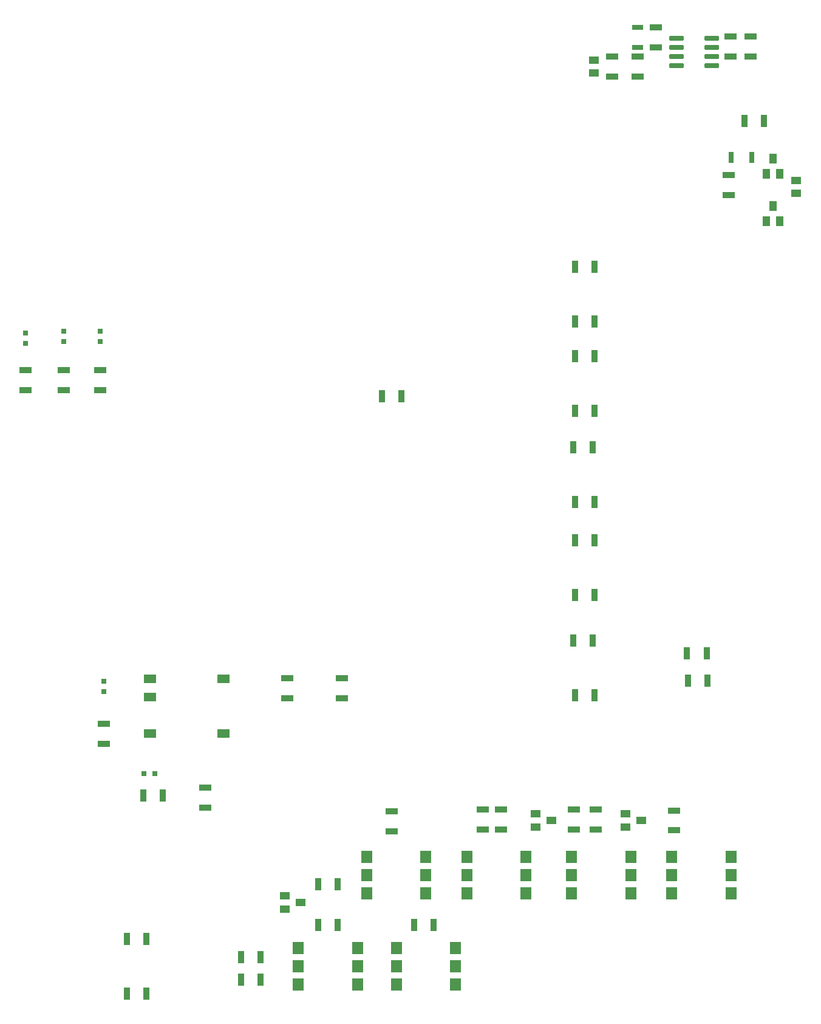
<source format=gtp>
%FSTAX23Y23*%
%MOIN*%
%SFA1B1*%

%IPPOS*%
%AMD25*
4,1,8,0.035800,0.011800,-0.035800,0.011800,-0.038800,0.008900,-0.038800,-0.008900,-0.035800,-0.011800,0.035800,-0.011800,0.038800,-0.008900,0.038800,0.008900,0.035800,0.011800,0.0*
1,1,0.005906,0.035800,0.008900*
1,1,0.005906,-0.035800,0.008900*
1,1,0.005906,-0.035800,-0.008900*
1,1,0.005906,0.035800,-0.008900*
%
%ADD21R,0.067000X0.036000*%
%ADD22R,0.031496X0.031496*%
%ADD23R,0.060992X0.025685*%
%ADD24R,0.025685X0.060992*%
G04~CAMADD=25~8~0.0~0.0~775.6~236.2~29.5~0.0~15~0.0~0.0~0.0~0.0~0~0.0~0.0~0.0~0.0~0~0.0~0.0~0.0~0.0~775.6~236.2*
%ADD25D25*%
%ADD26R,0.036000X0.067000*%
%ADD27R,0.039370X0.055118*%
%ADD28R,0.056299X0.043307*%
%ADD29R,0.031496X0.031496*%
%ADD30R,0.059842X0.070079*%
%ADD31R,0.055118X0.039370*%
%ADD32R,0.070866X0.047244*%
%LNmain-1*%
%LPD*%
G54D21*
X014Y03686D03*
Y03794D03*
X0119Y03686D03*
Y03794D03*
X016Y03686D03*
Y03794D03*
X0506Y05516D03*
Y05624D03*
X0517Y05516D03*
Y05624D03*
X0465Y05566D03*
Y05674D03*
X0505Y04756D03*
Y04864D03*
X0455Y05406D03*
Y05514D03*
X0441Y05406D03*
Y05514D03*
X0162Y01746D03*
Y01854D03*
X0432Y01384D03*
Y01276D03*
X038D03*
Y01384D03*
X037Y01276D03*
Y01384D03*
X02175Y01396D03*
Y01504D03*
X02925Y01996D03*
Y02104D03*
X02625Y01996D03*
Y02104D03*
X032Y01374D03*
Y01266D03*
X0475Y01379D03*
Y01271D03*
X042Y01276D03*
Y01384D03*
G54D22*
X0119Y03999D03*
Y0394D03*
X014Y04009D03*
Y0395D03*
X016Y04009D03*
Y0395D03*
X0162Y02089D03*
Y0203D03*
G54D23*
X0455Y05563D03*
Y05676D03*
G54D24*
X05063Y0496D03*
X05176D03*
G54D25*
X04957Y05615D03*
Y05565D03*
Y05515D03*
Y05465D03*
X04762D03*
Y05515D03*
Y05565D03*
Y05615D03*
G54D26*
X05136Y0516D03*
X05244D03*
X01944Y0146D03*
X01836D03*
X04934Y0209D03*
X04826D03*
X04196Y0231D03*
X04304D03*
X04928Y0224D03*
X0482D03*
X04206Y0201D03*
X04314D03*
X04206Y0436D03*
X04314D03*
X04206Y0406D03*
X04314D03*
X04206Y0387D03*
X04314D03*
X04206Y0357D03*
X04314D03*
X04196Y0337D03*
X04304D03*
X04206Y0307D03*
X04314D03*
X04206Y0286D03*
X04314D03*
X04206Y0256D03*
X04314D03*
X02479Y0045D03*
X02371D03*
X02479Y00575D03*
X02371D03*
X02904Y0075D03*
X02796D03*
X03429D03*
X03321D03*
X03254Y0365D03*
X03146D03*
X02904Y00975D03*
X02796D03*
X01746Y00675D03*
X01854D03*
X01746Y00375D03*
X01854D03*
G54D27*
X05255Y0461D03*
X0533D03*
X05292Y04696D03*
Y04956D03*
X0533Y0487D03*
X05255D03*
G54D28*
X0431Y05425D03*
Y05494D03*
X0542Y04834D03*
Y04765D03*
G54D29*
X01899Y0158D03*
X0184D03*
G54D30*
X03012Y00625D03*
Y00425D03*
Y00525D03*
X02687Y00625D03*
Y00425D03*
Y00525D03*
X03612Y00925D03*
Y01125D03*
Y01025D03*
X03937Y00925D03*
Y01125D03*
Y01025D03*
X0355Y00625D03*
Y00425D03*
Y00525D03*
X03225Y00625D03*
Y00425D03*
Y00525D03*
X05062Y01025D03*
Y01125D03*
Y00925D03*
X04737Y01025D03*
Y01125D03*
Y00925D03*
X04187D03*
Y01125D03*
Y01025D03*
X04512Y00925D03*
Y01125D03*
Y01025D03*
X03387D03*
Y01125D03*
Y00925D03*
X03062Y01025D03*
Y01125D03*
Y00925D03*
G54D31*
X027Y00875D03*
X02613Y00837D03*
Y00912D03*
X03988Y01362D03*
Y01287D03*
X04075Y01325D03*
X04481Y01362D03*
Y01287D03*
X04568Y01325D03*
G54D32*
X02275Y021D03*
Y018D03*
X01874D03*
Y02D03*
Y021D03*
M02*
</source>
